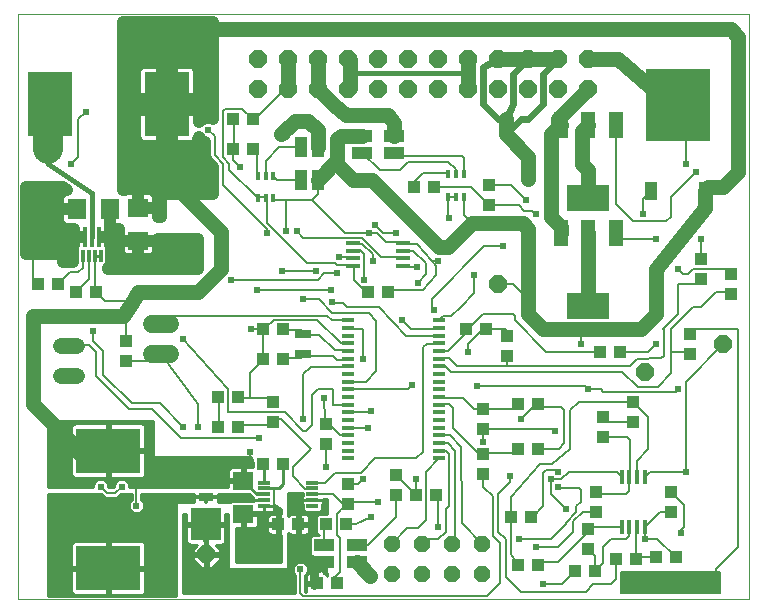
<source format=gtl>
G75*
%MOIN*%
%OFA0B0*%
%FSLAX24Y24*%
%IPPOS*%
%LPD*%
%AMOC8*
5,1,8,0,0,1.08239X$1,22.5*
%
%ADD10C,0.0000*%
%ADD11R,0.0433X0.0394*%
%ADD12R,0.0394X0.0433*%
%ADD13R,0.0472X0.0118*%
%ADD14R,0.2126X0.2441*%
%ADD15R,0.0394X0.0630*%
%ADD16C,0.0540*%
%ADD17C,0.0600*%
%ADD18R,0.0551X0.0276*%
%ADD19R,0.0709X0.0630*%
%ADD20R,0.0630X0.0709*%
%ADD21R,0.0394X0.0118*%
%ADD22R,0.0130X0.0700*%
%ADD23R,0.0130X0.0400*%
%ADD24R,0.0138X0.0315*%
%ADD25R,0.1516X0.2165*%
%ADD26R,0.2165X0.1516*%
%ADD27R,0.1000X0.1050*%
%ADD28R,0.0500X0.0250*%
%ADD29OC8,0.0600*%
%ADD30R,0.0480X0.0880*%
%ADD31R,0.1417X0.0866*%
%ADD32R,0.0394X0.0138*%
%ADD33R,0.0118X0.0472*%
%ADD34R,0.0433X0.0680*%
%ADD35R,0.0680X0.0433*%
%ADD36OC8,0.0540*%
%ADD37C,0.0400*%
%ADD38C,0.0356*%
%ADD39C,0.0100*%
%ADD40C,0.0500*%
%ADD41C,0.0060*%
%ADD42C,0.0160*%
%ADD43C,0.0240*%
%ADD44C,0.0240*%
%ADD45C,0.0660*%
%ADD46C,0.1000*%
%ADD47R,0.0356X0.0356*%
%ADD48C,0.0300*%
D10*
X000630Y000630D02*
X000630Y020126D01*
X025000Y020126D01*
X025000Y000630D01*
X000630Y000630D01*
D11*
X007295Y006380D03*
X007965Y006380D03*
X008795Y008630D03*
X009465Y008630D03*
X009465Y009630D03*
X008795Y009630D03*
X012295Y010880D03*
X012965Y010880D03*
X016930Y009415D03*
X016930Y008745D03*
X017295Y007130D03*
X017965Y007130D03*
X016130Y006965D03*
X016130Y006295D03*
X016130Y005465D03*
X016130Y004795D03*
X017295Y005630D03*
X017965Y005630D03*
X019880Y004215D03*
X019880Y003545D03*
X019630Y002965D03*
X019630Y002295D03*
X021130Y006545D03*
X021130Y007215D03*
X023030Y008795D03*
X023030Y009465D03*
X024380Y010795D03*
X024380Y011465D03*
X023380Y011295D03*
X023380Y011965D03*
X013210Y004765D03*
X013210Y004095D03*
X011630Y003795D03*
X011630Y004465D03*
X009965Y003130D03*
X009295Y003130D03*
X004230Y008575D03*
X004230Y009245D03*
X007795Y016630D03*
X008465Y016630D03*
D12*
X008465Y015630D03*
X007795Y015630D03*
X013815Y014370D03*
X014485Y014370D03*
X016310Y014445D03*
X016310Y013775D03*
X016215Y009630D03*
X015545Y009630D03*
X020005Y008880D03*
X020675Y008880D03*
X020130Y006715D03*
X020130Y006045D03*
X022380Y004215D03*
X022380Y003545D03*
X022565Y002030D03*
X021895Y002030D03*
X021215Y001980D03*
X020545Y001980D03*
X019865Y001580D03*
X019195Y001580D03*
X017965Y001780D03*
X017295Y001780D03*
X017045Y003380D03*
X017715Y003380D03*
X014565Y004120D03*
X013895Y004120D03*
X011565Y003130D03*
X010895Y003130D03*
X010575Y001160D03*
X011245Y001160D03*
X009465Y005130D03*
X008795Y005130D03*
X009130Y006545D03*
X009130Y007215D03*
X007965Y007380D03*
X007295Y007380D03*
X010880Y006465D03*
X010880Y005795D03*
X003215Y010880D03*
X002545Y010880D03*
X001965Y011130D03*
X001295Y011130D03*
D13*
X011798Y011747D03*
X011798Y012002D03*
X011798Y012258D03*
X011798Y012514D03*
X013461Y012514D03*
X013461Y012258D03*
X013461Y012002D03*
X013461Y011747D03*
D14*
X022630Y017114D03*
D15*
X021732Y014240D03*
X023528Y014240D03*
D16*
X002600Y009090D02*
X002060Y009090D01*
X002060Y008090D02*
X002600Y008090D01*
D17*
X005090Y008800D02*
X005690Y008800D01*
X005690Y009800D02*
X005090Y009800D01*
D18*
X010130Y009465D03*
X010130Y008795D03*
D19*
X008130Y004581D03*
X008130Y003479D03*
X004630Y012579D03*
X004630Y013681D03*
D20*
X003681Y013630D03*
X002579Y013630D03*
D21*
X008823Y004524D03*
X008823Y004327D03*
X008823Y004130D03*
X008823Y003933D03*
X008823Y003736D03*
X010437Y003736D03*
X010437Y003933D03*
X010437Y004130D03*
X010437Y004327D03*
X010437Y004524D03*
D22*
X003321Y012720D03*
X003085Y012720D03*
X002849Y012720D03*
D23*
X002789Y012080D03*
X002986Y012080D03*
X003183Y012080D03*
X003380Y012080D03*
D24*
X008624Y014006D03*
X008880Y014006D03*
X009136Y014006D03*
X009136Y014754D03*
X008880Y014754D03*
X008624Y014754D03*
X014964Y014804D03*
X015220Y014804D03*
X015476Y014804D03*
X015476Y014056D03*
X015220Y014056D03*
X014964Y014056D03*
D25*
X005589Y017130D03*
X001671Y017130D03*
D26*
X003630Y005589D03*
X003630Y001671D03*
D27*
X006880Y003126D03*
D28*
X006880Y004055D03*
D29*
X006890Y002130D03*
X016630Y011130D03*
X021520Y008200D03*
X024130Y009130D03*
X019630Y017630D03*
X019630Y018630D03*
X018630Y018630D03*
X018630Y017630D03*
X017630Y017630D03*
X017630Y018630D03*
X016630Y018630D03*
X016630Y017630D03*
X015630Y017630D03*
X015630Y018630D03*
X014630Y018630D03*
X014630Y017630D03*
X013630Y017630D03*
X012630Y017630D03*
X012630Y018630D03*
X013630Y018630D03*
X011630Y018630D03*
X011630Y017630D03*
X010630Y017630D03*
X010630Y018630D03*
X009630Y018630D03*
X009630Y017630D03*
X008630Y017630D03*
X008630Y018630D03*
D30*
X018720Y016450D03*
X019630Y016450D03*
X020540Y016450D03*
X020540Y012850D03*
X019630Y012850D03*
X018720Y012850D03*
D31*
X019630Y014010D03*
X019630Y010410D03*
D32*
X014646Y009933D03*
X014646Y009677D03*
X014646Y009421D03*
X014646Y009165D03*
X014646Y008910D03*
X014646Y008654D03*
X014646Y008398D03*
X014646Y008142D03*
X014646Y007886D03*
X014646Y007630D03*
X014646Y007374D03*
X014646Y007118D03*
X014646Y006862D03*
X014646Y006606D03*
X014646Y006350D03*
X014646Y006095D03*
X014646Y005839D03*
X014646Y005583D03*
X014646Y005327D03*
X011614Y005327D03*
X011614Y005583D03*
X011614Y005839D03*
X011614Y006095D03*
X011614Y006350D03*
X011614Y006606D03*
X011614Y006862D03*
X011614Y007118D03*
X011614Y007374D03*
X011614Y007630D03*
X011614Y007886D03*
X011614Y008142D03*
X011614Y008398D03*
X011614Y008654D03*
X011614Y008910D03*
X011614Y009165D03*
X011614Y009421D03*
X011614Y009677D03*
X011614Y009933D03*
D33*
X020746Y004711D03*
X021002Y004711D03*
X021258Y004711D03*
X021513Y004711D03*
X021513Y003048D03*
X021258Y003048D03*
X021002Y003048D03*
X020746Y003048D03*
D34*
X010610Y014620D03*
X010059Y014620D03*
X010059Y015703D03*
X010610Y015703D03*
D35*
X012087Y015519D03*
X012087Y016070D03*
X013170Y016070D03*
X013170Y015519D03*
X011910Y002430D03*
X011910Y001879D03*
X010827Y001879D03*
X010827Y002430D03*
D36*
X013080Y002490D03*
X014080Y002490D03*
X015080Y002490D03*
X016080Y002490D03*
X016080Y001490D03*
X015080Y001490D03*
X014080Y001490D03*
X013080Y001490D03*
D37*
X010810Y001850D02*
X010460Y001850D01*
X010370Y001940D01*
X006629Y011630D02*
X003630Y011630D01*
X003624Y011662D01*
X003683Y011721D01*
X003726Y011824D01*
X003726Y012336D01*
X003686Y012432D01*
X003686Y012720D01*
X003686Y012976D01*
X003986Y012976D01*
X003976Y012923D01*
X003976Y012579D01*
X004630Y012579D01*
X004630Y012579D01*
X005284Y012579D01*
X005284Y012630D01*
X006630Y012630D01*
X006630Y011631D01*
X006629Y011630D01*
X006630Y011743D02*
X003692Y011743D01*
X003726Y012142D02*
X004002Y012142D01*
X004010Y012122D02*
X004043Y012073D01*
X004084Y012031D01*
X004134Y011998D01*
X004188Y011975D01*
X004246Y011964D01*
X004630Y011964D01*
X005014Y011964D01*
X005072Y011975D01*
X005126Y011998D01*
X005176Y012031D01*
X005217Y012073D01*
X005250Y012122D01*
X005273Y012176D01*
X005284Y012234D01*
X005284Y012579D01*
X004630Y012579D01*
X004630Y012579D01*
X003976Y012579D01*
X003976Y012234D01*
X003987Y012176D01*
X004010Y012122D01*
X003976Y012540D02*
X003686Y012540D01*
X003630Y012630D02*
X003681Y012681D01*
X003681Y013630D01*
X004130Y014260D02*
X004130Y019866D01*
X007130Y019866D01*
X007130Y016643D01*
X007042Y016680D01*
X006882Y016680D01*
X006735Y016619D01*
X006647Y016531D01*
X006647Y016951D01*
X005768Y016951D01*
X005768Y017309D01*
X006647Y017309D01*
X006647Y018242D01*
X006635Y018300D01*
X006612Y018355D01*
X006580Y018404D01*
X006538Y018446D01*
X006489Y018479D01*
X006434Y018501D01*
X006376Y018513D01*
X005768Y018513D01*
X005768Y017309D01*
X005410Y017309D01*
X005410Y018513D01*
X004801Y018513D01*
X004743Y018501D01*
X004689Y018479D01*
X004640Y018446D01*
X004598Y018404D01*
X004565Y018355D01*
X004542Y018300D01*
X004531Y018242D01*
X004531Y017309D01*
X005410Y017309D01*
X005410Y016951D01*
X005768Y016951D01*
X005768Y015747D01*
X006376Y015747D01*
X006434Y015759D01*
X006489Y015781D01*
X006538Y015814D01*
X006580Y015856D01*
X006612Y015905D01*
X006635Y015960D01*
X006647Y016018D01*
X006647Y016028D01*
X006735Y015940D01*
X006862Y015887D01*
X006862Y015373D01*
X006910Y015259D01*
X007130Y015039D01*
X007130Y014130D01*
X005380Y014130D01*
X005380Y013380D01*
X005284Y013380D01*
X005284Y013681D01*
X004630Y013681D01*
X004630Y013681D01*
X005284Y013681D01*
X005284Y014026D01*
X005273Y014084D01*
X005250Y014138D01*
X005217Y014187D01*
X005176Y014229D01*
X005126Y014262D01*
X005072Y014285D01*
X005014Y014296D01*
X004630Y014296D01*
X004246Y014296D01*
X004188Y014285D01*
X004134Y014262D01*
X004130Y014260D01*
X004130Y014533D02*
X007130Y014533D01*
X007130Y014931D02*
X004130Y014931D01*
X004130Y015330D02*
X006880Y015330D01*
X006862Y015728D02*
X004130Y015728D01*
X004565Y015905D02*
X004598Y015856D01*
X004640Y015814D01*
X004689Y015781D01*
X004743Y015759D01*
X004801Y015747D01*
X005410Y015747D01*
X005410Y016951D01*
X004531Y016951D01*
X004531Y016018D01*
X004542Y015960D01*
X004565Y015905D01*
X004531Y016127D02*
X004130Y016127D01*
X004130Y016525D02*
X004531Y016525D01*
X004531Y016924D02*
X004130Y016924D01*
X004130Y017322D02*
X004531Y017322D01*
X004531Y017721D02*
X004130Y017721D01*
X004130Y018119D02*
X004531Y018119D01*
X004130Y018518D02*
X007130Y018518D01*
X007130Y018916D02*
X004130Y018916D01*
X004130Y019315D02*
X007130Y019315D01*
X007130Y019713D02*
X004130Y019713D01*
X005410Y018119D02*
X005768Y018119D01*
X005768Y017721D02*
X005410Y017721D01*
X005410Y017322D02*
X005768Y017322D01*
X005768Y016924D02*
X005410Y016924D01*
X005410Y016525D02*
X005768Y016525D01*
X005768Y016127D02*
X005410Y016127D01*
X006647Y016924D02*
X007130Y016924D01*
X007130Y017322D02*
X006647Y017322D01*
X006647Y017721D02*
X007130Y017721D01*
X007130Y018119D02*
X006647Y018119D01*
X004630Y014296D02*
X004630Y013681D01*
X004630Y014296D01*
X004630Y014134D02*
X004630Y014134D01*
X004630Y013736D02*
X004630Y013736D01*
X004630Y013681D02*
X004630Y013681D01*
X005284Y013736D02*
X005380Y013736D01*
X005252Y014134D02*
X007130Y014134D01*
X006630Y012540D02*
X005284Y012540D01*
X005258Y012142D02*
X006630Y012142D01*
X004630Y012142D02*
X004630Y012142D01*
X004630Y011964D02*
X004630Y012579D01*
X004630Y012579D01*
X004630Y011964D01*
X004630Y012540D02*
X004630Y012540D01*
X003979Y012939D02*
X003686Y012939D01*
X003686Y012720D02*
X003446Y012720D01*
X003446Y012720D01*
X003686Y012720D01*
X002724Y012720D02*
X002484Y012720D01*
X002724Y012720D01*
X002724Y012720D01*
X002484Y012720D02*
X002484Y012434D01*
X002443Y012336D01*
X002443Y011880D01*
X002130Y011880D01*
X002130Y012130D01*
X000890Y012130D01*
X000890Y014380D01*
X002115Y014380D01*
X002261Y014284D01*
X002234Y014284D01*
X002176Y014273D01*
X002122Y014250D01*
X002073Y014217D01*
X002031Y014176D01*
X001998Y014126D01*
X001975Y014072D01*
X001964Y014014D01*
X001964Y013630D01*
X001964Y013246D01*
X001975Y013188D01*
X001998Y013134D01*
X002031Y013084D01*
X002073Y013043D01*
X002122Y013010D01*
X002176Y012987D01*
X002234Y012976D01*
X002484Y012976D01*
X002484Y012720D01*
X002484Y012540D02*
X000890Y012540D01*
X000890Y012142D02*
X002443Y012142D01*
X002484Y012939D02*
X000890Y012939D01*
X000890Y013337D02*
X001964Y013337D01*
X001964Y013630D02*
X002579Y013630D01*
X002579Y013630D01*
X001964Y013630D01*
X001964Y013736D02*
X000890Y013736D01*
X000890Y014134D02*
X002003Y014134D01*
D38*
X001130Y014130D03*
X001130Y013630D03*
X001130Y013130D03*
X001130Y012630D03*
X005380Y012380D03*
X005880Y012380D03*
X006380Y012380D03*
X006380Y011880D03*
X005880Y011880D03*
X005380Y011880D03*
X009380Y016130D03*
X017630Y014630D03*
X008810Y003130D03*
X008630Y002630D03*
X008630Y002130D03*
X008130Y002130D03*
X008130Y002630D03*
X009130Y002130D03*
X012370Y001420D03*
D39*
X010930Y001444D02*
X010917Y001431D01*
X010917Y001415D01*
X010912Y001434D01*
X010892Y001469D01*
X010864Y001497D01*
X010830Y001516D01*
X010792Y001527D01*
X010777Y001527D01*
X010777Y001829D01*
X010337Y001829D01*
X010337Y001643D01*
X010347Y001605D01*
X010367Y001570D01*
X010395Y001542D01*
X010423Y001527D01*
X010359Y001527D01*
X010321Y001516D01*
X010286Y001497D01*
X010258Y001469D01*
X010239Y001434D01*
X010229Y001396D01*
X010229Y001208D01*
X010527Y001208D01*
X010527Y001112D01*
X010229Y001112D01*
X010229Y000924D01*
X010237Y000891D01*
X010197Y000891D01*
X010191Y000897D01*
X010191Y001436D01*
X010243Y001488D01*
X010281Y001580D01*
X010281Y001680D01*
X010243Y001772D01*
X010172Y001843D01*
X010080Y001881D01*
X009980Y001881D01*
X009888Y001843D01*
X009817Y001772D01*
X009779Y001680D01*
X009779Y001580D01*
X009817Y001488D01*
X009869Y001436D01*
X009869Y000830D01*
X006130Y000830D01*
X006130Y003480D01*
X006230Y003480D01*
X006230Y003176D01*
X006830Y003176D01*
X006830Y003076D01*
X006930Y003076D01*
X006930Y002451D01*
X006940Y002451D01*
X006940Y002180D01*
X007340Y002180D01*
X007340Y002316D01*
X007205Y002451D01*
X007400Y002451D01*
X007438Y002461D01*
X007472Y002481D01*
X007500Y002509D01*
X007520Y002543D01*
X007530Y002581D01*
X007530Y003076D01*
X006930Y003076D01*
X006930Y003176D01*
X007530Y003176D01*
X007530Y003480D01*
X007630Y003480D01*
X007630Y001630D01*
X009630Y001630D01*
X009630Y002839D01*
X009656Y002813D01*
X009690Y002793D01*
X009728Y002783D01*
X009916Y002783D01*
X009916Y003082D01*
X010013Y003082D01*
X010013Y003178D01*
X010331Y003178D01*
X010331Y003347D01*
X010321Y003385D01*
X010301Y003419D01*
X010273Y003447D01*
X010239Y003467D01*
X010201Y003477D01*
X010013Y003477D01*
X010013Y003178D01*
X009916Y003178D01*
X009916Y003477D01*
X009728Y003477D01*
X009690Y003467D01*
X009656Y003447D01*
X009630Y003421D01*
X009630Y004180D01*
X010110Y004180D01*
X010110Y004066D01*
X010100Y004050D01*
X010090Y004012D01*
X010090Y003933D01*
X010090Y003854D01*
X010100Y003816D01*
X010110Y003800D01*
X010110Y003623D01*
X010186Y003547D01*
X010688Y003547D01*
X010765Y003623D01*
X010765Y003800D01*
X010774Y003816D01*
X010784Y003854D01*
X010784Y003933D01*
X010437Y003933D01*
X010090Y003933D01*
X010437Y003933D01*
X010437Y003933D01*
X010437Y003933D01*
X010784Y003933D01*
X010784Y003969D01*
X010930Y003969D01*
X010930Y003477D01*
X010644Y003477D01*
X010568Y003401D01*
X010568Y002859D01*
X010644Y002783D01*
X010666Y002783D01*
X010666Y002777D01*
X010433Y002777D01*
X010356Y002701D01*
X010356Y002169D01*
X010347Y002153D01*
X010337Y002115D01*
X010337Y001929D01*
X010777Y001929D01*
X010777Y001829D01*
X010877Y001829D01*
X010877Y001512D01*
X010930Y001512D01*
X010930Y001444D01*
X010921Y001435D02*
X010912Y001435D01*
X010877Y001534D02*
X010777Y001534D01*
X010777Y001632D02*
X010877Y001632D01*
X010877Y001731D02*
X010777Y001731D01*
X010777Y001829D02*
X010186Y001829D01*
X010260Y001731D02*
X010337Y001731D01*
X010340Y001632D02*
X010281Y001632D01*
X010261Y001534D02*
X010410Y001534D01*
X010239Y001435D02*
X010191Y001435D01*
X010191Y001337D02*
X010229Y001337D01*
X010229Y001238D02*
X010191Y001238D01*
X010191Y001140D02*
X010527Y001140D01*
X010229Y001041D02*
X010191Y001041D01*
X010191Y000943D02*
X010229Y000943D01*
X009869Y000943D02*
X006130Y000943D01*
X006130Y001041D02*
X009869Y001041D01*
X009869Y001140D02*
X006130Y001140D01*
X006130Y001238D02*
X009869Y001238D01*
X009869Y001337D02*
X006130Y001337D01*
X006130Y001435D02*
X009869Y001435D01*
X009799Y001534D02*
X006130Y001534D01*
X006130Y001632D02*
X007630Y001632D01*
X007630Y001731D02*
X007127Y001731D01*
X007076Y001680D02*
X007340Y001944D01*
X007340Y002080D01*
X006940Y002080D01*
X006940Y002180D01*
X006840Y002180D01*
X006840Y002580D01*
X006830Y002580D01*
X006830Y003076D01*
X006230Y003076D01*
X006230Y002581D01*
X006240Y002543D01*
X006260Y002509D01*
X006288Y002481D01*
X006322Y002461D01*
X006360Y002451D01*
X006575Y002451D01*
X006440Y002316D01*
X006440Y002180D01*
X006840Y002180D01*
X006840Y002080D01*
X006940Y002080D01*
X006940Y001680D01*
X007076Y001680D01*
X006940Y001731D02*
X006840Y001731D01*
X006840Y001680D02*
X006840Y002080D01*
X006440Y002080D01*
X006440Y001944D01*
X006704Y001680D01*
X006840Y001680D01*
X006840Y001829D02*
X006940Y001829D01*
X006940Y001928D02*
X006840Y001928D01*
X006840Y002026D02*
X006940Y002026D01*
X006940Y002125D02*
X007630Y002125D01*
X007630Y002223D02*
X007340Y002223D01*
X007335Y002322D02*
X007630Y002322D01*
X007630Y002420D02*
X007236Y002420D01*
X007506Y002519D02*
X007630Y002519D01*
X007630Y002617D02*
X007530Y002617D01*
X007530Y002716D02*
X007630Y002716D01*
X007630Y002814D02*
X007530Y002814D01*
X007530Y002913D02*
X007630Y002913D01*
X007630Y003011D02*
X007530Y003011D01*
X007630Y003110D02*
X006930Y003110D01*
X006930Y003011D02*
X006830Y003011D01*
X006830Y002913D02*
X006930Y002913D01*
X006930Y002814D02*
X006830Y002814D01*
X006830Y002716D02*
X006930Y002716D01*
X006930Y002617D02*
X006830Y002617D01*
X006840Y002519D02*
X006930Y002519D01*
X006940Y002420D02*
X006840Y002420D01*
X006840Y002322D02*
X006940Y002322D01*
X006940Y002223D02*
X006840Y002223D01*
X006840Y002125D02*
X006130Y002125D01*
X006130Y002223D02*
X006440Y002223D01*
X006445Y002322D02*
X006130Y002322D01*
X006130Y002420D02*
X006544Y002420D01*
X006254Y002519D02*
X006130Y002519D01*
X006130Y002617D02*
X006230Y002617D01*
X006230Y002716D02*
X006130Y002716D01*
X006130Y002814D02*
X006230Y002814D01*
X006230Y002913D02*
X006130Y002913D01*
X006130Y003011D02*
X006230Y003011D01*
X006130Y003110D02*
X006830Y003110D01*
X006230Y003208D02*
X006130Y003208D01*
X006130Y003307D02*
X006230Y003307D01*
X006230Y003405D02*
X006130Y003405D01*
X005880Y003405D02*
X001630Y003405D01*
X001630Y003307D02*
X005880Y003307D01*
X005880Y003208D02*
X001630Y003208D01*
X001630Y003110D02*
X005880Y003110D01*
X005880Y003011D02*
X001630Y003011D01*
X001630Y002913D02*
X005880Y002913D01*
X005880Y002814D02*
X001630Y002814D01*
X001630Y002716D02*
X005880Y002716D01*
X005880Y002617D02*
X001630Y002617D01*
X001630Y002519D02*
X002426Y002519D01*
X002427Y002521D02*
X002408Y002487D01*
X002397Y002449D01*
X002397Y001721D01*
X003580Y001721D01*
X003580Y001621D01*
X003680Y001621D01*
X003680Y000763D01*
X004732Y000763D01*
X004771Y000774D01*
X004805Y000793D01*
X004833Y000821D01*
X004852Y000856D01*
X004863Y000894D01*
X004863Y001621D01*
X003680Y001621D01*
X003680Y001721D01*
X004863Y001721D01*
X004863Y002449D01*
X004852Y002487D01*
X004833Y002521D01*
X004805Y002549D01*
X004771Y002569D01*
X004732Y002579D01*
X003680Y002579D01*
X003680Y001721D01*
X003580Y001721D01*
X003580Y002579D01*
X002528Y002579D01*
X002489Y002569D01*
X002455Y002549D01*
X002427Y002521D01*
X002397Y002420D02*
X001630Y002420D01*
X001630Y002322D02*
X002397Y002322D01*
X002397Y002223D02*
X001630Y002223D01*
X001630Y002125D02*
X002397Y002125D01*
X002397Y002026D02*
X001630Y002026D01*
X001630Y001928D02*
X002397Y001928D01*
X002397Y001829D02*
X001630Y001829D01*
X001630Y001731D02*
X002397Y001731D01*
X002397Y001621D02*
X002397Y000894D01*
X002408Y000856D01*
X002427Y000821D01*
X002455Y000793D01*
X002489Y000774D01*
X002528Y000763D01*
X003580Y000763D01*
X003580Y001621D01*
X002397Y001621D01*
X002397Y001534D02*
X001630Y001534D01*
X001630Y001632D02*
X003580Y001632D01*
X003580Y001534D02*
X003680Y001534D01*
X003680Y001632D02*
X005880Y001632D01*
X005880Y001534D02*
X004863Y001534D01*
X004863Y001435D02*
X005880Y001435D01*
X005880Y001337D02*
X004863Y001337D01*
X004863Y001238D02*
X005880Y001238D01*
X005880Y001140D02*
X004863Y001140D01*
X004863Y001041D02*
X005880Y001041D01*
X005880Y000943D02*
X004863Y000943D01*
X004846Y000844D02*
X005880Y000844D01*
X005880Y000746D02*
X001630Y000746D01*
X001630Y000740D02*
X001630Y004130D01*
X003406Y004130D01*
X003424Y004112D01*
X003518Y004018D01*
X003933Y004018D01*
X004045Y004130D01*
X004409Y004130D01*
X004409Y003950D01*
X004357Y003898D01*
X004319Y003806D01*
X004319Y003706D01*
X004357Y003614D01*
X004428Y003544D01*
X004520Y003505D01*
X004620Y003505D01*
X004712Y003544D01*
X004782Y003614D01*
X004821Y003706D01*
X004821Y003806D01*
X004782Y003898D01*
X004731Y003950D01*
X004731Y004130D01*
X006480Y004130D01*
X006480Y004068D01*
X006867Y004068D01*
X006867Y004042D01*
X006480Y004042D01*
X006480Y003910D01*
X006488Y003880D01*
X005880Y003880D01*
X005880Y000740D01*
X001630Y000740D01*
X001630Y000844D02*
X002414Y000844D01*
X002397Y000943D02*
X001630Y000943D01*
X001630Y001041D02*
X002397Y001041D01*
X002397Y001140D02*
X001630Y001140D01*
X001630Y001238D02*
X002397Y001238D01*
X002397Y001337D02*
X001630Y001337D01*
X001630Y001435D02*
X002397Y001435D01*
X003580Y001435D02*
X003680Y001435D01*
X003680Y001337D02*
X003580Y001337D01*
X003580Y001238D02*
X003680Y001238D01*
X003680Y001140D02*
X003580Y001140D01*
X003580Y001041D02*
X003680Y001041D01*
X003680Y000943D02*
X003580Y000943D01*
X003580Y000844D02*
X003680Y000844D01*
X003680Y001731D02*
X003580Y001731D01*
X003580Y001829D02*
X003680Y001829D01*
X003680Y001928D02*
X003580Y001928D01*
X003580Y002026D02*
X003680Y002026D01*
X003680Y002125D02*
X003580Y002125D01*
X003580Y002223D02*
X003680Y002223D01*
X003680Y002322D02*
X003580Y002322D01*
X003580Y002420D02*
X003680Y002420D01*
X003680Y002519D02*
X003580Y002519D01*
X004834Y002519D02*
X005880Y002519D01*
X005880Y002420D02*
X004863Y002420D01*
X004863Y002322D02*
X005880Y002322D01*
X005880Y002223D02*
X004863Y002223D01*
X004863Y002125D02*
X005880Y002125D01*
X005880Y002026D02*
X004863Y002026D01*
X004863Y001928D02*
X005880Y001928D01*
X005880Y001829D02*
X004863Y001829D01*
X004863Y001731D02*
X005880Y001731D01*
X006130Y001731D02*
X006653Y001731D01*
X006555Y001829D02*
X006130Y001829D01*
X006130Y001928D02*
X006456Y001928D01*
X006440Y002026D02*
X006130Y002026D01*
X007225Y001829D02*
X007630Y001829D01*
X007630Y001928D02*
X007324Y001928D01*
X007340Y002026D02*
X007630Y002026D01*
X007880Y002026D02*
X009380Y002026D01*
X009380Y001928D02*
X007880Y001928D01*
X007880Y001880D02*
X007880Y003014D01*
X008080Y003014D01*
X008080Y003429D01*
X008180Y003429D01*
X008180Y003529D01*
X008600Y003529D01*
X008606Y003527D01*
X008823Y003527D01*
X009040Y003527D01*
X009078Y003537D01*
X009112Y003557D01*
X009140Y003585D01*
X009160Y003619D01*
X009170Y003657D01*
X009170Y003736D01*
X008823Y003736D01*
X008823Y003527D01*
X008823Y003736D01*
X008823Y003736D01*
X008823Y003736D01*
X009170Y003736D01*
X009170Y003770D01*
X009380Y003630D01*
X009380Y003477D01*
X009344Y003477D01*
X009344Y003178D01*
X009247Y003178D01*
X009247Y003082D01*
X008929Y003082D01*
X008929Y002913D01*
X008939Y002875D01*
X008959Y002841D01*
X008987Y002813D01*
X009021Y002793D01*
X009059Y002783D01*
X009247Y002783D01*
X009247Y003082D01*
X009344Y003082D01*
X009344Y002783D01*
X009380Y002783D01*
X009380Y001880D01*
X007880Y001880D01*
X007880Y002125D02*
X009380Y002125D01*
X009380Y002223D02*
X007880Y002223D01*
X007880Y002322D02*
X009380Y002322D01*
X009380Y002420D02*
X007880Y002420D01*
X007880Y002519D02*
X009380Y002519D01*
X009380Y002617D02*
X007880Y002617D01*
X007880Y002716D02*
X009380Y002716D01*
X009344Y002814D02*
X009247Y002814D01*
X009247Y002913D02*
X009344Y002913D01*
X009344Y003011D02*
X009247Y003011D01*
X009247Y003110D02*
X008625Y003110D01*
X008624Y003106D02*
X008634Y003144D01*
X008634Y003429D01*
X008180Y003429D01*
X008180Y003014D01*
X008504Y003014D01*
X008542Y003024D01*
X008576Y003044D01*
X008604Y003072D01*
X008624Y003106D01*
X008634Y003208D02*
X008929Y003208D01*
X008929Y003178D02*
X009247Y003178D01*
X009247Y003477D01*
X009059Y003477D01*
X009021Y003467D01*
X008987Y003447D01*
X008959Y003419D01*
X008939Y003385D01*
X008929Y003347D01*
X008929Y003178D01*
X008929Y003307D02*
X008634Y003307D01*
X008634Y003405D02*
X008951Y003405D01*
X008823Y003602D02*
X008823Y003602D01*
X008823Y003701D02*
X008823Y003701D01*
X008823Y003933D02*
X008476Y003933D01*
X008476Y003924D01*
X007722Y003924D01*
X007677Y003880D01*
X007272Y003880D01*
X007280Y003910D01*
X007280Y004042D01*
X006893Y004042D01*
X006893Y004068D01*
X007280Y004068D01*
X007280Y004130D01*
X008326Y004130D01*
X008476Y003980D01*
X008476Y003933D01*
X008823Y003933D01*
X008823Y003933D01*
X008823Y004130D02*
X008581Y004130D01*
X008130Y004581D01*
X008080Y004587D02*
X004234Y004587D01*
X004219Y004602D02*
X004127Y004640D01*
X004027Y004640D01*
X003935Y004602D01*
X003865Y004531D01*
X003827Y004439D01*
X003827Y004380D01*
X003625Y004380D01*
X003625Y004439D01*
X003586Y004531D01*
X003516Y004602D01*
X003424Y004640D01*
X003324Y004640D01*
X003232Y004602D01*
X003161Y004531D01*
X003123Y004439D01*
X003123Y004380D01*
X001630Y004380D01*
X001630Y006570D01*
X005130Y006570D01*
X005130Y005380D01*
X008380Y005380D01*
X008468Y005161D01*
X008468Y005046D01*
X008180Y005046D01*
X008180Y004631D01*
X008080Y004631D01*
X008080Y004531D01*
X007626Y004531D01*
X007626Y004380D01*
X004328Y004380D01*
X004328Y004439D01*
X004290Y004531D01*
X004219Y004602D01*
X004308Y004489D02*
X007626Y004489D01*
X007626Y004390D02*
X004328Y004390D01*
X004409Y004095D02*
X004010Y004095D01*
X003827Y004390D02*
X003625Y004390D01*
X003604Y004489D02*
X003847Y004489D01*
X003920Y004587D02*
X003531Y004587D01*
X003580Y004681D02*
X003580Y005539D01*
X002397Y005539D01*
X002397Y004811D01*
X002408Y004773D01*
X002427Y004739D01*
X002455Y004711D01*
X002489Y004691D01*
X002528Y004681D01*
X003580Y004681D01*
X003580Y004686D02*
X003680Y004686D01*
X003680Y004681D02*
X004732Y004681D01*
X004771Y004691D01*
X004805Y004711D01*
X004833Y004739D01*
X004852Y004773D01*
X004863Y004811D01*
X004863Y005539D01*
X003680Y005539D01*
X003680Y005639D01*
X003580Y005639D01*
X003580Y006497D01*
X002528Y006497D01*
X002489Y006486D01*
X002455Y006467D01*
X002427Y006439D01*
X002408Y006404D01*
X002397Y006366D01*
X002397Y005639D01*
X003580Y005639D01*
X003580Y005539D01*
X003680Y005539D01*
X003680Y004681D01*
X003680Y004784D02*
X003580Y004784D01*
X003580Y004883D02*
X003680Y004883D01*
X003680Y004981D02*
X003580Y004981D01*
X003580Y005080D02*
X003680Y005080D01*
X003680Y005178D02*
X003580Y005178D01*
X003580Y005277D02*
X003680Y005277D01*
X003680Y005375D02*
X003580Y005375D01*
X003580Y005474D02*
X003680Y005474D01*
X003680Y005572D02*
X005130Y005572D01*
X005130Y005474D02*
X004863Y005474D01*
X004863Y005375D02*
X008382Y005375D01*
X008421Y005277D02*
X004863Y005277D01*
X004863Y005178D02*
X008461Y005178D01*
X008468Y005080D02*
X004863Y005080D01*
X004863Y004981D02*
X007651Y004981D01*
X007656Y004988D02*
X007636Y004954D01*
X007626Y004916D01*
X007626Y004631D01*
X008080Y004631D01*
X008080Y005046D01*
X007756Y005046D01*
X007718Y005036D01*
X007684Y005016D01*
X007656Y004988D01*
X007626Y004883D02*
X004863Y004883D01*
X004855Y004784D02*
X007626Y004784D01*
X007626Y004686D02*
X004750Y004686D01*
X004731Y004095D02*
X006480Y004095D01*
X006480Y003996D02*
X004731Y003996D01*
X004783Y003898D02*
X006483Y003898D01*
X006867Y003898D02*
X006893Y003898D01*
X006893Y003880D02*
X006893Y004042D01*
X006867Y004042D01*
X006867Y003880D01*
X006893Y003880D01*
X006893Y003996D02*
X006867Y003996D01*
X007280Y003996D02*
X008460Y003996D01*
X008361Y004095D02*
X007280Y004095D01*
X007277Y003898D02*
X007695Y003898D01*
X008180Y003504D02*
X009380Y003504D01*
X009380Y003602D02*
X009150Y003602D01*
X009170Y003701D02*
X009274Y003701D01*
X009630Y003701D02*
X010110Y003701D01*
X010110Y003799D02*
X009630Y003799D01*
X009630Y003898D02*
X010090Y003898D01*
X010090Y003996D02*
X009630Y003996D01*
X009630Y004095D02*
X010110Y004095D01*
X010784Y003898D02*
X010930Y003898D01*
X010930Y003799D02*
X010765Y003799D01*
X010765Y003701D02*
X010930Y003701D01*
X010930Y003602D02*
X010744Y003602D01*
X010930Y003504D02*
X009630Y003504D01*
X009630Y003602D02*
X010131Y003602D01*
X010013Y003405D02*
X009916Y003405D01*
X009916Y003307D02*
X010013Y003307D01*
X010013Y003208D02*
X009916Y003208D01*
X010013Y003110D02*
X010568Y003110D01*
X010568Y003208D02*
X010331Y003208D01*
X010331Y003307D02*
X010568Y003307D01*
X010572Y003405D02*
X010309Y003405D01*
X010331Y003082D02*
X010013Y003082D01*
X010013Y002783D01*
X010201Y002783D01*
X010239Y002793D01*
X010273Y002813D01*
X010301Y002841D01*
X010321Y002875D01*
X010331Y002913D01*
X010331Y003082D01*
X010331Y003011D02*
X010568Y003011D01*
X010568Y002913D02*
X010331Y002913D01*
X010274Y002814D02*
X010613Y002814D01*
X010371Y002716D02*
X009630Y002716D01*
X009630Y002814D02*
X009655Y002814D01*
X009630Y002617D02*
X010356Y002617D01*
X010356Y002519D02*
X009630Y002519D01*
X009630Y002420D02*
X010356Y002420D01*
X010356Y002322D02*
X009630Y002322D01*
X009630Y002223D02*
X010356Y002223D01*
X010339Y002125D02*
X009630Y002125D01*
X009630Y002026D02*
X010337Y002026D01*
X010777Y001928D02*
X009630Y001928D01*
X009630Y001829D02*
X009874Y001829D01*
X009800Y001731D02*
X009630Y001731D01*
X009630Y001632D02*
X009779Y001632D01*
X009869Y000844D02*
X006130Y000844D01*
X007880Y002814D02*
X008986Y002814D01*
X008929Y002913D02*
X007880Y002913D01*
X007880Y003011D02*
X008929Y003011D01*
X009247Y003208D02*
X009344Y003208D01*
X009344Y003307D02*
X009247Y003307D01*
X009247Y003405D02*
X009344Y003405D01*
X009916Y003011D02*
X010013Y003011D01*
X010013Y002913D02*
X009916Y002913D01*
X009916Y002814D02*
X010013Y002814D01*
X008180Y003110D02*
X008080Y003110D01*
X008080Y003208D02*
X008180Y003208D01*
X008180Y003307D02*
X008080Y003307D01*
X008080Y003405D02*
X008180Y003405D01*
X007630Y003405D02*
X007530Y003405D01*
X007530Y003307D02*
X007630Y003307D01*
X007630Y003208D02*
X007530Y003208D01*
X008823Y004327D02*
X009143Y004327D01*
X009327Y004327D01*
X009465Y004465D01*
X009465Y005130D01*
X008823Y005102D02*
X008795Y005130D01*
X008823Y005102D02*
X008823Y004524D01*
X008180Y004686D02*
X008080Y004686D01*
X008080Y004784D02*
X008180Y004784D01*
X008180Y004883D02*
X008080Y004883D01*
X008080Y004981D02*
X008180Y004981D01*
X005880Y003799D02*
X004821Y003799D01*
X004818Y003701D02*
X005880Y003701D01*
X005880Y003602D02*
X004770Y003602D01*
X004369Y003602D02*
X001630Y003602D01*
X001630Y003504D02*
X005880Y003504D01*
X004409Y003996D02*
X001630Y003996D01*
X001630Y003898D02*
X004357Y003898D01*
X004319Y003799D02*
X001630Y003799D01*
X001630Y003701D02*
X004322Y003701D01*
X003441Y004095D02*
X001630Y004095D01*
X001630Y004390D02*
X003123Y004390D01*
X003144Y004489D02*
X001630Y004489D01*
X001630Y004587D02*
X003217Y004587D01*
X002510Y004686D02*
X001630Y004686D01*
X001630Y004784D02*
X002405Y004784D01*
X002397Y004883D02*
X001630Y004883D01*
X001630Y004981D02*
X002397Y004981D01*
X002397Y005080D02*
X001630Y005080D01*
X001630Y005178D02*
X002397Y005178D01*
X002397Y005277D02*
X001630Y005277D01*
X001630Y005375D02*
X002397Y005375D01*
X002397Y005474D02*
X001630Y005474D01*
X001630Y005572D02*
X003580Y005572D01*
X003580Y005671D02*
X003680Y005671D01*
X003680Y005639D02*
X003680Y006497D01*
X004732Y006497D01*
X004771Y006486D01*
X004805Y006467D01*
X004833Y006439D01*
X004852Y006404D01*
X004863Y006366D01*
X004863Y005639D01*
X003680Y005639D01*
X003680Y005769D02*
X003580Y005769D01*
X003580Y005868D02*
X003680Y005868D01*
X003680Y005966D02*
X003580Y005966D01*
X003580Y006065D02*
X003680Y006065D01*
X003680Y006163D02*
X003580Y006163D01*
X003580Y006262D02*
X003680Y006262D01*
X003680Y006360D02*
X003580Y006360D01*
X003580Y006459D02*
X003680Y006459D01*
X004813Y006459D02*
X005130Y006459D01*
X005130Y006557D02*
X001630Y006557D01*
X001630Y006459D02*
X002447Y006459D01*
X002397Y006360D02*
X001630Y006360D01*
X001630Y006262D02*
X002397Y006262D01*
X002397Y006163D02*
X001630Y006163D01*
X001630Y006065D02*
X002397Y006065D01*
X002397Y005966D02*
X001630Y005966D01*
X001630Y005868D02*
X002397Y005868D01*
X002397Y005769D02*
X001630Y005769D01*
X001630Y005671D02*
X002397Y005671D01*
X004863Y005671D02*
X005130Y005671D01*
X005130Y005769D02*
X004863Y005769D01*
X004863Y005868D02*
X005130Y005868D01*
X005130Y005966D02*
X004863Y005966D01*
X004863Y006065D02*
X005130Y006065D01*
X005130Y006163D02*
X004863Y006163D01*
X004863Y006262D02*
X005130Y006262D01*
X005130Y006360D02*
X004863Y006360D01*
X003380Y012080D02*
X003183Y012080D01*
D40*
X004630Y010880D02*
X006630Y010880D01*
X007380Y011630D01*
X007380Y012880D01*
X005880Y014380D01*
X009380Y016130D02*
X009840Y016590D01*
X010280Y016590D01*
X010610Y016260D01*
X010610Y015703D01*
X011260Y015970D02*
X011260Y015270D01*
X010610Y014620D01*
X011180Y015220D02*
X011800Y014600D01*
X012410Y014600D01*
X014640Y012370D01*
X014970Y012370D01*
X015760Y013160D01*
X017440Y013160D01*
X017630Y012970D01*
X017630Y010630D01*
X017630Y010130D01*
X018130Y009630D01*
X019380Y009630D01*
X021380Y009630D01*
X021880Y010130D01*
X021880Y011630D01*
X023530Y013680D01*
X023530Y013938D01*
X023528Y014240D01*
X023630Y014380D02*
X024130Y014380D01*
X024630Y014880D01*
X024630Y019380D01*
X024380Y019630D01*
X006880Y019630D01*
X009635Y018601D02*
X009635Y017686D01*
X010630Y017630D02*
X010630Y018630D01*
X010630Y017630D02*
X011140Y017120D01*
X011550Y016770D01*
X012960Y016780D01*
X013170Y016510D01*
X013170Y016070D01*
X012087Y016070D02*
X011380Y016090D01*
X011260Y015970D01*
X009440Y016190D02*
X009380Y016130D01*
X011676Y017686D02*
X011676Y018179D01*
X011676Y018601D01*
X015615Y018601D02*
X015615Y018179D01*
X015615Y018030D01*
X015615Y017686D01*
X016630Y018630D02*
X017630Y018630D01*
X018630Y018630D01*
X019630Y018630D02*
X020630Y018630D01*
X022396Y017114D01*
X022630Y017114D01*
X019630Y017630D02*
X018630Y016630D01*
X018630Y016540D01*
X018720Y016450D01*
X018400Y016130D01*
X018380Y016130D01*
X018380Y013380D01*
X018720Y013040D01*
X018720Y012850D01*
X019630Y012850D02*
X019630Y011630D01*
X019630Y010410D01*
X019630Y014010D02*
X019630Y014930D01*
X019430Y015130D01*
X019430Y016250D01*
X019630Y016450D01*
X017630Y015380D02*
X016880Y016130D01*
X016880Y016630D01*
X017630Y015380D02*
X017630Y014630D01*
X004630Y010880D02*
X004447Y010588D01*
X004130Y010080D01*
X001130Y010080D01*
X001130Y007130D01*
X002671Y005589D01*
X011910Y001879D02*
X012369Y001420D01*
X012370Y001420D01*
D41*
X012280Y002430D02*
X011910Y002430D01*
X012280Y002430D02*
X013220Y003370D01*
X013220Y004085D01*
X013210Y004095D01*
X012630Y003880D02*
X011715Y003880D01*
X011630Y003795D01*
X011555Y003795D01*
X011240Y003480D01*
X011240Y002790D01*
X011350Y002680D01*
X011350Y001530D01*
X011185Y001365D01*
X011130Y001365D01*
X011245Y001160D01*
X010130Y000730D02*
X016250Y000730D01*
X016700Y001180D01*
X016700Y002500D01*
X016450Y002750D01*
X016450Y004060D01*
X016130Y004380D01*
X016130Y004795D01*
X016178Y004741D01*
X016130Y005465D02*
X016178Y005515D01*
X015955Y005515D01*
X015130Y006340D01*
X015130Y007000D01*
X014990Y007140D01*
X014668Y007140D01*
X014646Y007118D01*
X014680Y007340D02*
X014646Y007374D01*
X014680Y007340D02*
X015460Y007340D01*
X015808Y006992D01*
X016108Y006992D01*
X016130Y006965D01*
X016178Y006992D01*
X017163Y006992D01*
X017234Y007063D01*
X017295Y007130D01*
X017380Y006630D02*
X017880Y007130D01*
X017965Y007130D01*
X018065Y007030D01*
X018730Y007030D01*
X018830Y006930D01*
X018830Y005830D01*
X018656Y005656D01*
X018008Y005656D01*
X017965Y005630D01*
X018030Y005130D02*
X017045Y004045D01*
X017045Y003380D01*
X017045Y002130D01*
X017295Y001780D01*
X016880Y001380D02*
X016880Y002630D01*
X016630Y002880D01*
X016630Y004130D01*
X017030Y004530D01*
X017030Y004730D01*
X018030Y005130D02*
X018430Y005130D01*
X019030Y005630D01*
X019030Y006930D01*
X019315Y007215D01*
X021130Y007215D01*
X021630Y006715D01*
X021630Y005630D01*
X021258Y005258D01*
X021258Y004711D01*
X021030Y004740D02*
X021030Y005930D01*
X020915Y006045D01*
X020130Y006045D01*
X020299Y006545D02*
X021130Y006545D01*
X020299Y006545D02*
X020130Y006715D01*
X020130Y007540D02*
X020040Y007630D01*
X019630Y007630D01*
X019530Y007730D01*
X015930Y007730D01*
X015253Y008417D02*
X015000Y008670D01*
X014662Y008670D01*
X014646Y008654D01*
X014655Y008900D02*
X014646Y008910D01*
X014655Y008900D02*
X014950Y008900D01*
X015545Y009495D01*
X015545Y009630D01*
X015630Y009630D01*
X016130Y010130D01*
X017130Y010130D01*
X017180Y010080D01*
X017180Y009930D01*
X018230Y008880D01*
X020005Y008880D01*
X019380Y009130D02*
X019380Y009630D01*
X020675Y008880D02*
X021630Y008880D01*
X021880Y009130D01*
X022140Y008750D02*
X022050Y008660D01*
X021260Y008650D01*
X021007Y008397D01*
X016880Y008417D01*
X015253Y008417D01*
X015049Y008221D02*
X020759Y008201D01*
X021280Y007700D01*
X021970Y007700D01*
X022390Y008160D01*
X022390Y008870D01*
X022380Y008880D01*
X022880Y008880D01*
X023030Y008795D01*
X022380Y008880D02*
X022380Y009630D01*
X023130Y010380D01*
X023380Y010380D01*
X023880Y010880D01*
X024295Y010880D01*
X024380Y010795D01*
X024380Y011465D02*
X024215Y011630D01*
X023130Y011630D01*
X022965Y011465D01*
X022795Y011465D01*
X022630Y011630D01*
X022630Y011130D02*
X023215Y011130D01*
X023380Y011295D01*
X022630Y011130D02*
X022630Y010130D01*
X022130Y009630D01*
X022140Y009620D01*
X022140Y008750D01*
X023030Y009465D02*
X023130Y009630D01*
X024630Y009630D01*
X024630Y002380D01*
X023880Y001630D01*
X023880Y001530D01*
X024030Y001530D02*
X024030Y000830D01*
X020730Y000830D01*
X020730Y001530D01*
X024030Y001530D01*
X024030Y001500D02*
X020730Y001500D01*
X020730Y001442D02*
X024030Y001442D01*
X024030Y001383D02*
X020730Y001383D01*
X020730Y001325D02*
X024030Y001325D01*
X024030Y001266D02*
X020730Y001266D01*
X020730Y001208D02*
X024030Y001208D01*
X024030Y001149D02*
X020730Y001149D01*
X020730Y001091D02*
X024030Y001091D01*
X024030Y001032D02*
X020730Y001032D01*
X020730Y000974D02*
X024030Y000974D01*
X024030Y000915D02*
X020730Y000915D01*
X020730Y000857D02*
X024030Y000857D01*
X022565Y002030D02*
X021915Y002630D01*
X021530Y002630D01*
X021530Y003032D01*
X021513Y003048D01*
X022011Y003545D01*
X022380Y003545D01*
X022380Y003630D01*
X022830Y003765D02*
X022830Y003030D01*
X022730Y002930D01*
X022730Y002830D01*
X021895Y002030D02*
X021365Y002030D01*
X021215Y001980D01*
X021215Y003005D01*
X021258Y003048D01*
X021002Y003048D02*
X021002Y002752D01*
X020880Y002630D01*
X020380Y002630D01*
X020130Y002380D01*
X020130Y001845D01*
X019865Y001580D01*
X019865Y002061D01*
X019630Y002295D01*
X019630Y002880D02*
X019630Y002965D01*
X019713Y003048D01*
X020746Y003048D01*
X019880Y003545D02*
X019445Y003545D01*
X019130Y003230D01*
X019130Y002880D01*
X018630Y002380D01*
X017880Y002380D01*
X018065Y001880D02*
X018630Y001880D01*
X019630Y002880D01*
X019230Y003530D02*
X019230Y003730D01*
X019380Y003880D01*
X019380Y004280D01*
X019330Y004330D01*
X018680Y004330D01*
X018630Y004380D01*
X018730Y004630D02*
X018380Y004630D01*
X018380Y004130D01*
X018880Y003630D01*
X019230Y003530D02*
X018880Y003180D01*
X018880Y003130D01*
X018380Y002630D01*
X017330Y002630D01*
X018065Y001880D02*
X017965Y001780D01*
X018130Y001130D02*
X018745Y001130D01*
X019195Y001580D01*
X019795Y001130D02*
X020380Y001130D01*
X020545Y001295D01*
X020545Y001980D01*
X019795Y001130D02*
X019545Y000880D01*
X017380Y000880D01*
X016880Y001380D01*
X016080Y002490D02*
X015404Y003166D01*
X015404Y003486D01*
X015390Y005700D01*
X015020Y006110D01*
X014661Y006110D01*
X014646Y006095D01*
X014646Y005839D02*
X014654Y005830D01*
X014960Y005830D01*
X015200Y005590D01*
X015200Y002610D01*
X015080Y002490D01*
X014880Y002880D02*
X014880Y003640D01*
X014990Y003750D01*
X014990Y005490D01*
X014900Y005580D01*
X014649Y005580D01*
X014646Y005583D01*
X014646Y005327D02*
X014210Y004891D01*
X014210Y003260D01*
X013950Y003000D01*
X013590Y003000D01*
X013080Y002490D01*
X014080Y002490D02*
X014221Y002631D01*
X014631Y002631D01*
X014880Y002880D01*
X014630Y003030D02*
X014630Y004015D01*
X014565Y004120D01*
X013895Y004120D02*
X013895Y004645D01*
X013880Y004630D01*
X013895Y004120D02*
X013265Y004740D01*
X013210Y004765D01*
X012520Y005330D02*
X013900Y005330D01*
X014120Y005550D01*
X014120Y009030D01*
X014240Y009150D01*
X014630Y009150D01*
X014646Y009165D01*
X014644Y009420D02*
X014646Y009421D01*
X014644Y009420D02*
X013550Y009420D01*
X012640Y010380D01*
X011600Y010380D01*
X011470Y010510D01*
X011130Y010510D01*
X011100Y010540D01*
X011042Y010932D02*
X008580Y010932D01*
X007736Y011284D02*
X010620Y011284D01*
X010831Y011495D01*
X011254Y011495D01*
X011254Y011777D02*
X011746Y011777D01*
X011798Y011747D01*
X011816Y011706D01*
X011816Y011284D01*
X012168Y010932D01*
X012238Y010932D01*
X012295Y010880D01*
X012309Y010862D01*
X012379Y010792D01*
X012168Y011284D02*
X012168Y012128D01*
X012027Y012269D01*
X011816Y012269D01*
X011798Y012258D01*
X011746Y012058D02*
X011798Y012002D01*
X011746Y012058D02*
X011324Y012058D01*
X011183Y011847D02*
X011254Y011777D01*
X011183Y011847D02*
X010269Y011847D01*
X008932Y013184D01*
X008932Y013958D01*
X008880Y014006D01*
X008861Y014028D01*
X008650Y014028D01*
X008624Y014006D01*
X008580Y014028D01*
X007665Y014943D01*
X007665Y015154D01*
X007454Y015365D01*
X007454Y016912D01*
X007525Y016983D01*
X008088Y016983D01*
X008439Y016631D01*
X008465Y016630D01*
X008510Y016631D01*
X009565Y017686D01*
X009630Y017630D01*
X009635Y017686D01*
X009635Y018601D02*
X009630Y018630D01*
X011630Y018630D02*
X011676Y018601D01*
X011676Y017686D02*
X011630Y017630D01*
X009380Y016130D02*
X009284Y015927D01*
X009333Y015703D02*
X008880Y015250D01*
X008880Y014754D01*
X008624Y014754D02*
X008580Y014802D01*
X008580Y015505D01*
X008510Y015576D01*
X008465Y015630D01*
X007806Y015646D02*
X007795Y015630D01*
X007795Y015265D01*
X008030Y015030D01*
X007454Y015154D02*
X007454Y014450D01*
X008932Y012973D01*
X008932Y012832D01*
X009565Y012902D02*
X009565Y013958D01*
X009143Y013958D01*
X009136Y014006D01*
X009565Y013958D02*
X010409Y013958D01*
X010610Y014158D01*
X010610Y014620D01*
X010059Y014620D02*
X009270Y014620D01*
X009136Y014754D01*
X009333Y015703D02*
X010059Y015703D01*
X012087Y015519D02*
X012676Y014930D01*
X013340Y014930D01*
X013630Y015220D01*
X014970Y015220D01*
X015220Y014970D01*
X015220Y014804D01*
X014964Y014804D02*
X014918Y014850D01*
X014120Y014850D01*
X013815Y014545D01*
X013815Y014370D01*
X014485Y014370D02*
X015715Y014370D01*
X016310Y013775D01*
X017315Y013775D01*
X017500Y013590D01*
X017760Y013590D01*
X017890Y013460D01*
X017540Y013950D02*
X017045Y014445D01*
X016310Y014445D01*
X015476Y014804D02*
X015476Y015344D01*
X015410Y015410D01*
X013279Y015410D01*
X013170Y015519D01*
X014964Y014056D02*
X014964Y013356D01*
X014990Y013330D01*
X015476Y013444D02*
X015760Y013160D01*
X015476Y013444D02*
X015476Y014056D01*
X015220Y014056D02*
X014964Y014056D01*
X013223Y012832D02*
X012801Y012832D01*
X012520Y013113D01*
X012590Y012832D02*
X012309Y012832D01*
X011535Y012832D01*
X010409Y013958D01*
X009917Y012902D02*
X010128Y012691D01*
X012098Y012691D01*
X012731Y012058D01*
X013434Y012058D01*
X013461Y012002D01*
X013461Y012258D02*
X013802Y012258D01*
X014230Y011830D01*
X014230Y011480D01*
X013950Y011190D01*
X014127Y010932D02*
X014549Y011454D01*
X014549Y011747D01*
X014419Y011897D01*
X014631Y011917D01*
X014419Y011897D02*
X013916Y012480D01*
X013505Y012480D01*
X013461Y012514D01*
X013434Y012550D01*
X012872Y012550D01*
X012590Y012832D01*
X012098Y012480D02*
X012450Y012128D01*
X012450Y011917D01*
X012098Y012480D02*
X011816Y012480D01*
X011798Y012514D01*
X010550Y011566D02*
X009424Y011566D01*
X010130Y010630D02*
X010650Y010630D01*
X011100Y010180D01*
X012310Y010180D01*
X012570Y009920D01*
X012570Y008240D01*
X012210Y007880D01*
X011620Y007880D01*
X011614Y007886D01*
X011614Y007630D02*
X013610Y007630D01*
X013760Y007780D01*
X014646Y008398D02*
X014648Y008400D01*
X014870Y008400D01*
X015049Y008221D01*
X015630Y008880D02*
X015630Y009130D01*
X016130Y009630D01*
X016215Y009630D01*
X016880Y009630D01*
X016880Y009380D01*
X016930Y009415D01*
X016930Y008745D02*
X016930Y008467D01*
X016880Y008417D01*
X015060Y010060D02*
X014773Y010060D01*
X014646Y009933D01*
X014500Y010260D02*
X014410Y010350D01*
X014410Y010640D01*
X016170Y012400D01*
X016790Y012400D01*
X015830Y011440D02*
X015820Y011450D01*
X015830Y011440D02*
X015830Y010840D01*
X015380Y010390D01*
X015380Y010380D01*
X015060Y010060D01*
X014646Y009677D02*
X014609Y009640D01*
X013710Y009640D01*
X013420Y009930D01*
X012965Y010880D02*
X013012Y010932D01*
X014127Y010932D01*
X013927Y011706D02*
X013505Y011706D01*
X013461Y011747D01*
X011614Y009933D02*
X011077Y009933D01*
X010922Y010088D01*
X005555Y010088D01*
X005413Y009826D01*
X005390Y009800D01*
X006130Y009300D02*
X007630Y007630D01*
X007630Y006880D01*
X009530Y006880D01*
X010130Y006230D01*
X010230Y006230D01*
X010430Y006430D01*
X010430Y007430D01*
X010630Y007630D01*
X011110Y007630D01*
X011110Y007120D01*
X011342Y007118D01*
X011614Y007118D01*
X011614Y006862D02*
X012337Y006862D01*
X012397Y006923D01*
X012290Y006350D02*
X011615Y006350D01*
X011614Y006350D01*
X011609Y006100D02*
X011350Y006100D01*
X011020Y006430D01*
X010915Y006430D01*
X010880Y006465D01*
X010880Y006630D01*
X010862Y006620D01*
X010933Y006500D01*
X010862Y006620D02*
X010833Y007344D01*
X010130Y006630D02*
X010130Y008130D01*
X010390Y008390D01*
X011607Y008390D01*
X011614Y008398D01*
X011581Y008620D02*
X011614Y008654D01*
X011581Y008620D02*
X011240Y008620D01*
X011109Y008751D01*
X010198Y008751D01*
X010130Y008795D01*
X010128Y008751D01*
X010057Y008681D01*
X009495Y008681D01*
X009465Y008630D01*
X008795Y008630D02*
X008791Y008611D01*
X008369Y008189D01*
X008369Y007344D01*
X008017Y007344D01*
X007965Y007380D01*
X008369Y007344D02*
X009002Y007344D01*
X009073Y007274D01*
X009130Y007215D01*
X009215Y006630D02*
X009130Y006545D01*
X009073Y006500D01*
X009002Y006430D01*
X008017Y006430D01*
X007965Y006380D01*
X007314Y006430D02*
X007295Y006380D01*
X007314Y006430D02*
X007314Y007344D01*
X007295Y007380D01*
X006630Y007130D02*
X005390Y008800D01*
X005165Y008575D01*
X004230Y008575D01*
X004230Y009245D02*
X004230Y009980D01*
X004130Y010080D01*
X004447Y010588D02*
X003507Y010588D01*
X003215Y010880D01*
X003183Y010912D01*
X003183Y012080D01*
X002986Y012080D02*
X002986Y011321D01*
X002545Y010880D01*
X001965Y011130D02*
X002365Y011530D01*
X002630Y011530D01*
X002789Y011689D01*
X002789Y012080D01*
X002880Y012630D02*
X002724Y012720D01*
X002849Y012720D02*
X002880Y012630D01*
X002881Y012691D02*
X002849Y012720D01*
X003321Y012720D02*
X003380Y012880D01*
X003446Y012720D01*
X003446Y012680D02*
X003374Y012691D01*
X003321Y012720D01*
X003630Y012630D02*
X003726Y012480D01*
X001295Y011130D02*
X001130Y011295D01*
X001130Y012130D01*
X003130Y009580D02*
X003130Y009250D01*
X003470Y008910D01*
X003470Y008120D01*
X004430Y007160D01*
X005350Y007160D01*
X006130Y006380D01*
X006047Y006008D02*
X005085Y006970D01*
X004330Y006970D01*
X003220Y008080D01*
X003220Y008870D01*
X002987Y009103D01*
X002318Y009103D01*
X002330Y009090D01*
X006047Y006008D02*
X008650Y006008D01*
X008369Y005526D02*
X008369Y005374D01*
X009143Y004327D02*
X009143Y003736D01*
X009776Y004741D02*
X010198Y004319D01*
X010409Y004319D01*
X010437Y004327D01*
X010437Y004524D02*
X010864Y004524D01*
X011190Y004850D01*
X012040Y004850D01*
X012520Y005330D01*
X012130Y004630D02*
X011960Y004460D01*
X011605Y004460D01*
X011630Y004465D01*
X011130Y004130D02*
X010437Y004130D01*
X011130Y004130D02*
X011465Y003795D01*
X011630Y003795D01*
X011595Y003795D01*
X011565Y003130D02*
X011880Y003130D01*
X012380Y003380D01*
X010895Y003130D02*
X010827Y003062D01*
X010827Y002430D01*
X010030Y001630D02*
X010030Y000830D01*
X010130Y000730D01*
X006892Y004038D02*
X006893Y004042D01*
X006892Y004038D02*
X006880Y004055D01*
X004570Y003756D02*
X004570Y004389D01*
X004077Y004389D02*
X003866Y004178D01*
X003585Y004178D01*
X003374Y004389D01*
X006630Y006380D02*
X006630Y007130D01*
X008795Y008630D02*
X008791Y008681D01*
X008791Y009596D01*
X008795Y009630D01*
X008380Y009630D01*
X008795Y009630D02*
X008861Y009666D01*
X009143Y009947D01*
X010603Y009947D01*
X011390Y009160D01*
X011609Y009160D01*
X011614Y009165D01*
X011594Y008930D02*
X011614Y008910D01*
X011594Y008930D02*
X011190Y008930D01*
X010669Y009451D01*
X010532Y009451D01*
X010198Y009455D01*
X010130Y009465D01*
X010128Y009525D01*
X010057Y009596D01*
X009495Y009596D01*
X009465Y009630D01*
X011614Y009677D02*
X011630Y009630D01*
X012130Y009630D01*
X012130Y008630D01*
X009380Y006630D02*
X009215Y006630D01*
X009130Y006545D02*
X009143Y006500D01*
X009380Y006630D02*
X010380Y005630D01*
X009776Y005026D01*
X009776Y004741D01*
X010880Y005030D02*
X010880Y005795D01*
X011609Y006100D02*
X011614Y006095D01*
X016130Y006295D02*
X016130Y005880D01*
X016178Y005515D02*
X017163Y005515D01*
X017234Y005585D01*
X017295Y005630D01*
X018130Y004830D02*
X018230Y004930D01*
X018580Y004930D01*
X018630Y004880D01*
X018730Y004630D02*
X018980Y004880D01*
X020577Y004880D01*
X020746Y004711D01*
X021002Y004711D02*
X021002Y004252D01*
X020880Y004130D01*
X019965Y004130D01*
X019880Y004215D01*
X021002Y004711D02*
X021030Y004740D01*
X021513Y004711D02*
X021682Y004880D01*
X022880Y004880D01*
X022880Y007880D01*
X024130Y009130D01*
X022630Y007630D02*
X022540Y007540D01*
X020130Y007540D01*
X018530Y006230D02*
X018465Y006295D01*
X016130Y006295D01*
X018130Y004830D02*
X018130Y003730D01*
X017780Y003380D01*
X017715Y003380D01*
X022380Y004215D02*
X022830Y003765D01*
X017630Y010630D02*
X017130Y011130D01*
X016630Y011130D01*
X020540Y012850D02*
X020760Y012630D01*
X021880Y012630D01*
X022230Y013230D02*
X021130Y013230D01*
X020540Y013820D01*
X020540Y016450D01*
X022630Y017114D02*
X022880Y016380D01*
X022880Y015130D01*
X023230Y014880D02*
X022380Y014030D01*
X022380Y013380D01*
X022230Y013230D01*
X021455Y013465D02*
X021455Y013963D01*
X021732Y014240D01*
X021729Y014239D01*
X023528Y014240D02*
X023630Y014380D01*
X023380Y012630D02*
X023380Y011965D01*
X007806Y015646D02*
X007806Y016561D01*
X007795Y016630D01*
X007173Y016068D02*
X006962Y016279D01*
X007173Y016068D02*
X007173Y015435D01*
X007454Y015154D01*
X002880Y016880D02*
X002630Y016630D01*
X002630Y015380D01*
X002380Y015130D01*
D42*
X001630Y015130D02*
X001630Y015630D01*
X001630Y015130D02*
X003085Y014175D01*
X003085Y012720D01*
X011676Y018179D02*
X015615Y018179D01*
D43*
X017540Y013950D03*
X017890Y013460D03*
X016790Y012400D03*
X015820Y011450D03*
X014631Y011917D03*
X013927Y011706D03*
X013950Y011190D03*
X014500Y010260D03*
X013420Y009930D03*
X012168Y011284D03*
X012450Y011917D03*
X012309Y012832D03*
X012520Y013113D03*
X013223Y012832D03*
X014990Y013330D03*
X011324Y012058D03*
X011254Y011495D03*
X011042Y010932D03*
X011100Y010540D03*
X010130Y010630D03*
X010550Y011566D03*
X009424Y011566D03*
X008580Y010932D03*
X007736Y011284D03*
X008380Y009630D03*
X006130Y009300D03*
X003130Y009580D03*
X006130Y006380D03*
X006630Y006380D03*
X008369Y005526D03*
X008650Y006008D03*
X010130Y006630D03*
X010833Y007344D03*
X012290Y006350D03*
X012397Y006923D03*
X013760Y007780D03*
X012130Y008630D03*
X015630Y008880D03*
X015930Y007730D03*
X017380Y006630D03*
X018530Y006230D03*
X018630Y004880D03*
X018380Y004630D03*
X018630Y004380D03*
X018880Y003630D03*
X017880Y002380D03*
X017330Y002630D03*
X018130Y001130D03*
X020930Y001030D03*
X020930Y001330D03*
X021230Y001330D03*
X021230Y001030D03*
X021530Y002630D03*
X022730Y002830D03*
X023530Y001330D03*
X023530Y001030D03*
X023830Y001030D03*
X023830Y001330D03*
X022880Y004880D03*
X022630Y007630D03*
X021880Y009130D03*
X019630Y007630D03*
X019380Y009130D03*
X022630Y011630D03*
X021880Y012630D03*
X021455Y013465D03*
X023380Y012630D03*
X023230Y014880D03*
X022880Y015130D03*
X016130Y005880D03*
X017030Y004730D03*
X014630Y003030D03*
X012630Y003880D03*
X012380Y003380D03*
X012130Y004630D03*
X010880Y005030D03*
X013880Y004630D03*
X010030Y001630D03*
X004570Y003756D03*
X004077Y004389D03*
X003374Y004389D03*
X008932Y012832D03*
X009565Y012902D03*
X009917Y012902D03*
X008030Y015030D03*
X006962Y016279D03*
X002880Y016880D03*
X002380Y015130D03*
D44*
X015615Y018030D02*
X015615Y018130D01*
X016130Y018380D02*
X016630Y018630D01*
X016130Y018380D02*
X016130Y017130D01*
X016630Y016630D01*
X016880Y016630D01*
X017130Y017130D01*
X017130Y018130D01*
X017630Y018630D01*
X018130Y018130D02*
X018630Y018630D01*
X018130Y018130D02*
X018130Y017130D01*
X017630Y016630D01*
X017380Y016630D01*
X016880Y016130D01*
D45*
X003630Y005589D02*
X002671Y005589D01*
D46*
X001630Y015630D02*
X001630Y017089D01*
X001671Y017130D01*
D47*
X019430Y015130D03*
X019630Y011630D03*
D48*
X010830Y001800D02*
X010500Y001570D01*
X010500Y001120D01*
M02*

</source>
